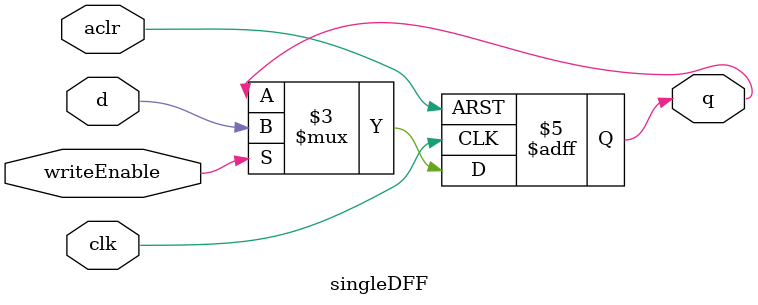
<source format=v>
/*
A single D Flip-Flop clocked on the rising edge.
Inputs:
d = input
aclr = asynchronous clear
clk = clock
writeEnable = writeEnable
Outputs:
q = output 

Code from powerpoint provided on Sakai.
*/
module singleDFF(d, aclr, clk, q, writeEnable);
	input d, aclr, clk, writeEnable;
	output q;
	reg q;
	always @(posedge clk or
	posedge aclr) begin 
		if(aclr) begin
			q = 1'b0;
		end 
		else if(writeEnable)
			begin q = d;
		end
	end
endmodule
</source>
